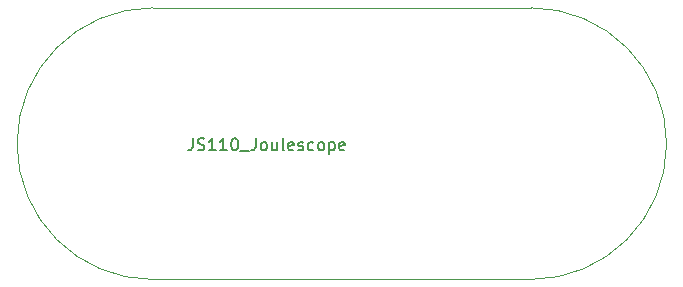
<source format=gbr>
G04 #@! TF.GenerationSoftware,KiCad,Pcbnew,(5.1.0)-1*
G04 #@! TF.CreationDate,2019-08-13T16:47:38+01:00*
G04 #@! TF.ProjectId,fp_baseline,66705f62-6173-4656-9c69-6e652e6b6963,rev?*
G04 #@! TF.SameCoordinates,Original*
G04 #@! TF.FileFunction,Other,Fab,Top*
%FSLAX46Y46*%
G04 Gerber Fmt 4.6, Leading zero omitted, Abs format (unit mm)*
G04 Created by KiCad (PCBNEW (5.1.0)-1) date 2019-08-13 16:47:38*
%MOMM*%
%LPD*%
G04 APERTURE LIST*
%ADD10C,0.120000*%
%ADD11C,0.150000*%
G04 APERTURE END LIST*
D10*
X166000000Y-88500000D02*
X134000000Y-88500000D01*
X134000000Y-111500000D02*
X166000000Y-111500000D01*
X166000000Y-88500000D02*
G75*
G02X166000000Y-111500000I0J-11500000D01*
G01*
X134000000Y-88500000D02*
G75*
G03X134000000Y-111500000I0J-11500000D01*
G01*
D11*
X137364285Y-99552380D02*
X137364285Y-100266666D01*
X137316666Y-100409523D01*
X137221428Y-100504761D01*
X137078571Y-100552380D01*
X136983333Y-100552380D01*
X137792857Y-100504761D02*
X137935714Y-100552380D01*
X138173809Y-100552380D01*
X138269047Y-100504761D01*
X138316666Y-100457142D01*
X138364285Y-100361904D01*
X138364285Y-100266666D01*
X138316666Y-100171428D01*
X138269047Y-100123809D01*
X138173809Y-100076190D01*
X137983333Y-100028571D01*
X137888095Y-99980952D01*
X137840476Y-99933333D01*
X137792857Y-99838095D01*
X137792857Y-99742857D01*
X137840476Y-99647619D01*
X137888095Y-99600000D01*
X137983333Y-99552380D01*
X138221428Y-99552380D01*
X138364285Y-99600000D01*
X139316666Y-100552380D02*
X138745238Y-100552380D01*
X139030952Y-100552380D02*
X139030952Y-99552380D01*
X138935714Y-99695238D01*
X138840476Y-99790476D01*
X138745238Y-99838095D01*
X140269047Y-100552380D02*
X139697619Y-100552380D01*
X139983333Y-100552380D02*
X139983333Y-99552380D01*
X139888095Y-99695238D01*
X139792857Y-99790476D01*
X139697619Y-99838095D01*
X140888095Y-99552380D02*
X140983333Y-99552380D01*
X141078571Y-99600000D01*
X141126190Y-99647619D01*
X141173809Y-99742857D01*
X141221428Y-99933333D01*
X141221428Y-100171428D01*
X141173809Y-100361904D01*
X141126190Y-100457142D01*
X141078571Y-100504761D01*
X140983333Y-100552380D01*
X140888095Y-100552380D01*
X140792857Y-100504761D01*
X140745238Y-100457142D01*
X140697619Y-100361904D01*
X140650000Y-100171428D01*
X140650000Y-99933333D01*
X140697619Y-99742857D01*
X140745238Y-99647619D01*
X140792857Y-99600000D01*
X140888095Y-99552380D01*
X141411904Y-100647619D02*
X142173809Y-100647619D01*
X142697619Y-99552380D02*
X142697619Y-100266666D01*
X142650000Y-100409523D01*
X142554761Y-100504761D01*
X142411904Y-100552380D01*
X142316666Y-100552380D01*
X143316666Y-100552380D02*
X143221428Y-100504761D01*
X143173809Y-100457142D01*
X143126190Y-100361904D01*
X143126190Y-100076190D01*
X143173809Y-99980952D01*
X143221428Y-99933333D01*
X143316666Y-99885714D01*
X143459523Y-99885714D01*
X143554761Y-99933333D01*
X143602380Y-99980952D01*
X143650000Y-100076190D01*
X143650000Y-100361904D01*
X143602380Y-100457142D01*
X143554761Y-100504761D01*
X143459523Y-100552380D01*
X143316666Y-100552380D01*
X144507142Y-99885714D02*
X144507142Y-100552380D01*
X144078571Y-99885714D02*
X144078571Y-100409523D01*
X144126190Y-100504761D01*
X144221428Y-100552380D01*
X144364285Y-100552380D01*
X144459523Y-100504761D01*
X144507142Y-100457142D01*
X145126190Y-100552380D02*
X145030952Y-100504761D01*
X144983333Y-100409523D01*
X144983333Y-99552380D01*
X145888095Y-100504761D02*
X145792857Y-100552380D01*
X145602380Y-100552380D01*
X145507142Y-100504761D01*
X145459523Y-100409523D01*
X145459523Y-100028571D01*
X145507142Y-99933333D01*
X145602380Y-99885714D01*
X145792857Y-99885714D01*
X145888095Y-99933333D01*
X145935714Y-100028571D01*
X145935714Y-100123809D01*
X145459523Y-100219047D01*
X146316666Y-100504761D02*
X146411904Y-100552380D01*
X146602380Y-100552380D01*
X146697619Y-100504761D01*
X146745238Y-100409523D01*
X146745238Y-100361904D01*
X146697619Y-100266666D01*
X146602380Y-100219047D01*
X146459523Y-100219047D01*
X146364285Y-100171428D01*
X146316666Y-100076190D01*
X146316666Y-100028571D01*
X146364285Y-99933333D01*
X146459523Y-99885714D01*
X146602380Y-99885714D01*
X146697619Y-99933333D01*
X147602380Y-100504761D02*
X147507142Y-100552380D01*
X147316666Y-100552380D01*
X147221428Y-100504761D01*
X147173809Y-100457142D01*
X147126190Y-100361904D01*
X147126190Y-100076190D01*
X147173809Y-99980952D01*
X147221428Y-99933333D01*
X147316666Y-99885714D01*
X147507142Y-99885714D01*
X147602380Y-99933333D01*
X148173809Y-100552380D02*
X148078571Y-100504761D01*
X148030952Y-100457142D01*
X147983333Y-100361904D01*
X147983333Y-100076190D01*
X148030952Y-99980952D01*
X148078571Y-99933333D01*
X148173809Y-99885714D01*
X148316666Y-99885714D01*
X148411904Y-99933333D01*
X148459523Y-99980952D01*
X148507142Y-100076190D01*
X148507142Y-100361904D01*
X148459523Y-100457142D01*
X148411904Y-100504761D01*
X148316666Y-100552380D01*
X148173809Y-100552380D01*
X148935714Y-99885714D02*
X148935714Y-100885714D01*
X148935714Y-99933333D02*
X149030952Y-99885714D01*
X149221428Y-99885714D01*
X149316666Y-99933333D01*
X149364285Y-99980952D01*
X149411904Y-100076190D01*
X149411904Y-100361904D01*
X149364285Y-100457142D01*
X149316666Y-100504761D01*
X149221428Y-100552380D01*
X149030952Y-100552380D01*
X148935714Y-100504761D01*
X150221428Y-100504761D02*
X150126190Y-100552380D01*
X149935714Y-100552380D01*
X149840476Y-100504761D01*
X149792857Y-100409523D01*
X149792857Y-100028571D01*
X149840476Y-99933333D01*
X149935714Y-99885714D01*
X150126190Y-99885714D01*
X150221428Y-99933333D01*
X150269047Y-100028571D01*
X150269047Y-100123809D01*
X149792857Y-100219047D01*
M02*

</source>
